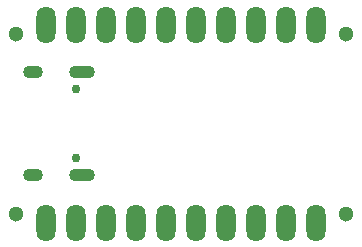
<source format=gbs>
G04 #@! TF.GenerationSoftware,KiCad,Pcbnew,7.0.9*
G04 #@! TF.CreationDate,2024-05-28T21:08:52+09:00*
G04 #@! TF.ProjectId,Geekble_Mini_ESP32C3,4765656b-626c-4655-9f4d-696e695f4553,1*
G04 #@! TF.SameCoordinates,Original*
G04 #@! TF.FileFunction,Soldermask,Bot*
G04 #@! TF.FilePolarity,Negative*
%FSLAX46Y46*%
G04 Gerber Fmt 4.6, Leading zero omitted, Abs format (unit mm)*
G04 Created by KiCad (PCBNEW 7.0.9) date 2024-05-28 21:08:52*
%MOMM*%
%LPD*%
G01*
G04 APERTURE LIST*
%ADD10O,1.624000X3.148000*%
%ADD11C,1.116000*%
%ADD12C,1.300000*%
%ADD13C,0.750000*%
%ADD14O,2.200000X1.100000*%
%ADD15O,1.700000X1.100000*%
G04 APERTURE END LIST*
D10*
X42969990Y-27728010D03*
D11*
X42969990Y-27220010D03*
D10*
X32809990Y-27728010D03*
D11*
X32809990Y-27220010D03*
D10*
X35349990Y-27728010D03*
D11*
X35349990Y-27220010D03*
D12*
X30269990Y-28490010D03*
D10*
X48049990Y-27728010D03*
D11*
X48049990Y-27220010D03*
D10*
X40429990Y-44492010D03*
D11*
X40429990Y-45000010D03*
D10*
X32809990Y-44492010D03*
D11*
X32809990Y-45000010D03*
D12*
X58209990Y-28490010D03*
D10*
X55669990Y-44492010D03*
D11*
X55669990Y-45000010D03*
D10*
X37889990Y-44492010D03*
D11*
X37889990Y-45000010D03*
D10*
X50589990Y-27728010D03*
D11*
X50589990Y-27220010D03*
D10*
X40429990Y-27728010D03*
D11*
X40429990Y-27220010D03*
D10*
X42969990Y-44492010D03*
D11*
X42969990Y-45000010D03*
D10*
X48049990Y-44492010D03*
D11*
X48049990Y-45000010D03*
D10*
X50589990Y-44492010D03*
D11*
X50589990Y-45000010D03*
D10*
X55669990Y-27728010D03*
D11*
X55669990Y-27220010D03*
D10*
X45509990Y-27728010D03*
D11*
X45509990Y-27220010D03*
D10*
X53129990Y-27728010D03*
D11*
X53129990Y-27220010D03*
D10*
X53129990Y-44492010D03*
D11*
X53129990Y-45000010D03*
D12*
X58209990Y-43730010D03*
D13*
X35294690Y-33220010D03*
X35294690Y-39000010D03*
D14*
X35824690Y-31790010D03*
X35824690Y-40430010D03*
D15*
X31644690Y-31790010D03*
X31644690Y-40430010D03*
D10*
X35349990Y-44492010D03*
D11*
X35349990Y-45000010D03*
D10*
X45509990Y-44492010D03*
D11*
X45509990Y-45000010D03*
D10*
X37889990Y-27728010D03*
D11*
X37889990Y-27220010D03*
D12*
X30269990Y-43730010D03*
M02*

</source>
